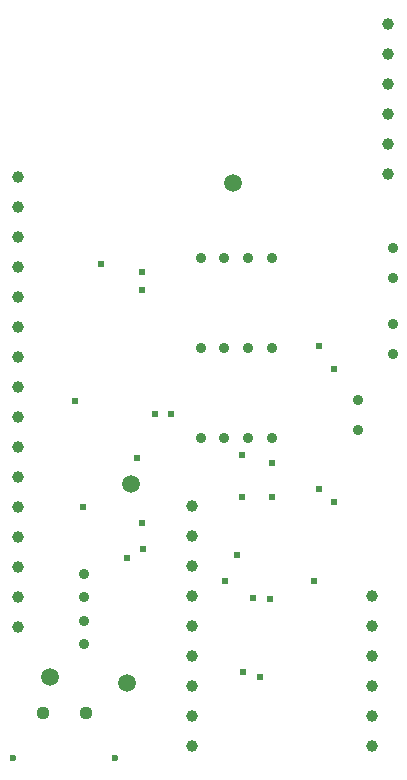
<source format=gbr>
G04 DesignSpark PCB Gerber Version 12.0 Build 5942*
%FSLAX35Y35*%
%MOMM*%
%ADD81C,0.60000*%
%ADD77C,0.60960*%
%ADD78C,0.90000*%
%ADD79C,1.00000*%
%ADD80C,1.12000*%
%ADD76C,1.50000*%
X0Y0D02*
D02*
D76*
X1605240Y2695240D03*
X2260240Y2640240D03*
X2295240Y4330240D03*
X3160240Y6875240D03*
D02*
D77*
X1820240Y5035240D03*
X1885240Y4135240D03*
X2040240Y6195240D03*
X2260240Y3705240D03*
X2345240Y4550240D03*
X2385240Y5975240D03*
X2390240Y3995240D03*
Y6125240D03*
X2400240Y3775240D03*
X2495240Y4920240D03*
X2635240D03*
X3090240Y3510240D03*
X3190240Y3725240D03*
X3235240Y4220240D03*
Y4575240D03*
X3240240Y2735240D03*
X3330240Y3365240D03*
X3390240Y2695240D03*
X3475240Y3355240D03*
X3485240Y4220240D03*
Y4505240D03*
X3845240Y3510240D03*
X3885240Y4285240D03*
Y5495240D03*
X4010240Y4175240D03*
Y5305240D03*
D02*
D78*
X1895240Y2970240D03*
Y3170240D03*
Y3370240D03*
Y3570240D03*
X2885240Y4715240D03*
Y5480240D03*
Y6245240D03*
X3085240Y4715240D03*
Y5480240D03*
Y6245240D03*
X3285240Y4715240D03*
Y5480240D03*
Y6245240D03*
X3485240Y4715240D03*
Y5480240D03*
Y6245240D03*
X4220240Y4790240D03*
Y5044240D03*
X4510240Y5430240D03*
Y5684240D03*
Y6075240D03*
Y6329240D03*
D02*
D79*
X1335240Y3120240D03*
Y3374240D03*
Y3628240D03*
Y3882240D03*
Y4136240D03*
Y4390240D03*
Y4644240D03*
Y4898240D03*
Y5152240D03*
Y5406240D03*
Y5660240D03*
Y5914240D03*
Y6168240D03*
Y6422240D03*
Y6676240D03*
Y6930240D03*
X2810240Y2108240D03*
Y2362240D03*
Y2616240D03*
Y2870240D03*
Y3124240D03*
Y3378240D03*
Y3632240D03*
Y3886240D03*
Y4140240D03*
X4334240Y2108240D03*
Y2362240D03*
Y2616240D03*
Y2870240D03*
Y3124240D03*
Y3378240D03*
X4470240Y6955240D03*
Y7209240D03*
Y7463240D03*
Y7717240D03*
Y7971240D03*
Y8225240D03*
D02*
D80*
X1550240Y2390240D03*
X1910240D03*
D02*
D81*
X1298240Y2010240D03*
X2162240D03*
X0Y0D02*
M02*

</source>
